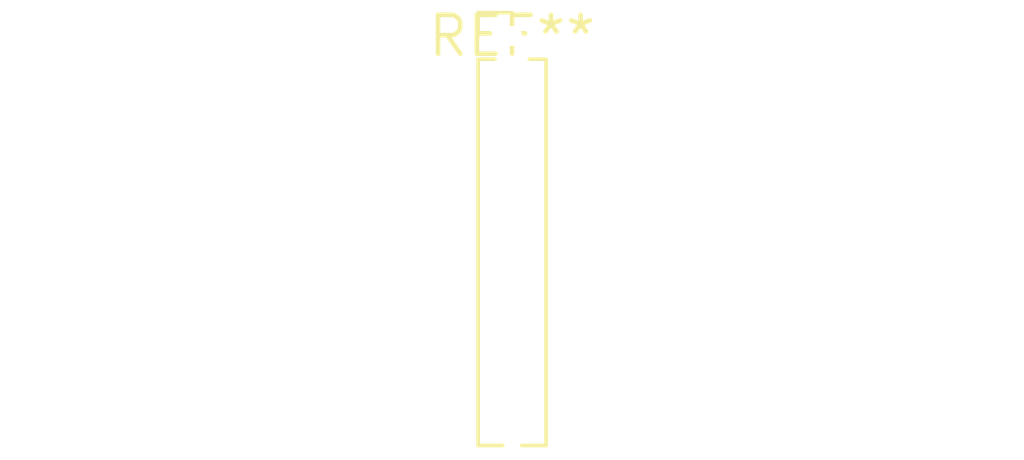
<source format=kicad_pcb>
(kicad_pcb (version 20240108) (generator pcbnew)
  (layers (0 "F.Cu" signal) (31 "B.Cu" signal) (34 "B.Paste" user) (35 "F.Paste" user) (36 "B.SilkS" user "B.Silkscreen") (37 "F.SilkS" user "F.Silkscreen") (38 "B.Mask" user) (39 "F.Mask" user) (44 "Edge.Cuts" user))
  (net 0 "")
  (footprint "PinHeader_1x11_P1.27mm_Vertical" (layer "F.Cu") (at 0 0)
    (property "Reference" "REF**")
    (property "Value" "PinHeader_1x11_P1.27mm_Vertical")
    (fp_line (start -1.11 -0.76) (end 0 -0.76) (layer "F.SilkS") (stroke (width 0.12)))
    (fp_line (start -1.11 0) (end -1.11 -0.76) (layer "F.SilkS") (stroke (width 0.12)))
    (fp_line (start -1.11 0.76) (end -1.11 13.395) (layer "F.SilkS") (stroke (width 0.12)))
    (fp_line (start -1.11 0.76) (end -0.563471 0.76) (layer "F.SilkS") (stroke (width 0.12)))
    (fp_line (start -1.11 13.395) (end -0.30753 13.395) (layer "F.SilkS") (stroke (width 0.12)))
    (fp_line (start 0.30753 13.395) (end 1.11 13.395) (layer "F.SilkS") (stroke (width 0.12)))
    (fp_line (start 0.563471 0.76) (end 1.11 0.76) (layer "F.SilkS") (stroke (width 0.12)))
    (fp_line (start 1.11 0.76) (end 1.11 13.395) (layer "F.SilkS") (stroke (width 0.12)))
    (pad "1" thru_hole rect (at 0 0) (size 1 1) (drill 0.65) (layers *.Cu *.Mask) (remove_unused_layers))
    (pad "2" thru_hole oval (at 0 1.27) (size 1 1) (drill 0.65) (layers *.Cu *.Mask) (remove_unused_layers))
    (pad "3" thru_hole oval (at 0 2.54) (size 1 1) (drill 0.65) (layers *.Cu *.Mask) (remove_unused_layers))
    (pad "4" thru_hole oval (at 0 3.81) (size 1 1) (drill 0.65) (layers *.Cu *.Mask) (remove_unused_layers))
    (pad "5" thru_hole oval (at 0 5.08) (size 1 1) (drill 0.65) (layers *.Cu *.Mask) (remove_unused_layers))
    (pad "6" thru_hole oval (at 0 6.35) (size 1 1) (drill 0.65) (layers *.Cu *.Mask) (remove_unused_layers))
    (pad "7" thru_hole oval (at 0 7.62) (size 1 1) (drill 0.65) (layers *.Cu *.Mask) (remove_unused_layers))
    (pad "8" thru_hole oval (at 0 8.89) (size 1 1) (drill 0.65) (layers *.Cu *.Mask) (remove_unused_layers))
    (pad "9" thru_hole oval (at 0 10.16) (size 1 1) (drill 0.65) (layers *.Cu *.Mask) (remove_unused_layers))
    (pad "10" thru_hole oval (at 0 11.43) (size 1 1) (drill 0.65) (layers *.Cu *.Mask) (remove_unused_layers))
    (pad "11" thru_hole oval (at 0 12.7) (size 1 1) (drill 0.65) (layers *.Cu *.Mask) (remove_unused_layers))
  )
)
</source>
